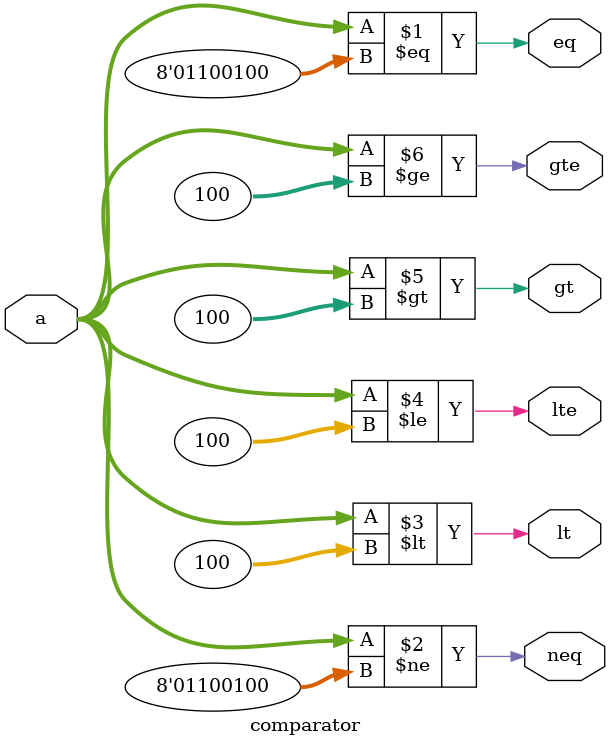
<source format=sv>

module comparator #(parameter N = 8, parameter b = 100)
						(input logic [N-1:0] a,
						 output logic eq, neq, lt, lte, gt, gte);
						 
	assign eq = (a == b);
	assign neq = (a != b);
	assign lt = (a < b);
	assign lte = (a <= b);
	assign gt = (a > b);
	assign gte = (a >= b);
endmodule
</source>
